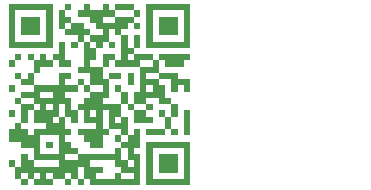
<source format=gbr>
*
G04 Job   : Z:\Rest\ESPto433\V2\PCB\V2.pcb*
G04 User  : DESKTOP-K7BKDL1:life*
G04 Layer : SilkBot.gbr*
G04 Date  : Mon Oct 04 20:14:53 2021*
%ICAS*%
%MOIN*%
%FSLAX26Y26*%
%OFA0.0000B0.0000*%
G90*
G74*
%ADD10C,0.00051*%
G01*
G36*
X493520Y1531413D02*
X514353D01*
Y1552246*
X535186*
Y1531413*
X556020*
Y1510580*
X576853*
Y1531413*
X597686*
Y1448080*
X660186*
Y1510580*
X597686*
Y1531413*
X618520*
Y1552246*
X576853*
Y1593913*
X556020*
Y1552246*
X535186*
Y1614746*
X514353*
Y1635580*
X535186*
Y1614746*
X576853*
Y1593913*
X597686*
Y1614746*
X576853*
Y1635580*
X535186*
Y1656413*
X576853*
Y1677246*
X535186*
Y1698080*
X514353*
Y1718913*
X535186*
Y1698080*
X556020*
Y1718913*
X576853*
Y1760580*
X556020*
Y1781413*
X576853*
Y1760580*
X597686*
Y1781413*
X618520*
Y1760580*
X639353*
Y1781413*
X660186*
Y1823080*
X681020*
Y1760580*
X701853*
Y1739746*
X660186*
Y1760580*
X639353*
Y1739746*
X597686*
Y1718913*
X576853*
Y1677246*
X597686*
Y1635580*
X618520*
Y1593913*
X639353*
Y1552246*
X660186*
Y1573080*
X639353*
Y1614746*
X618520*
Y1635580*
X639353*
Y1656413*
X597686*
Y1677246*
X660186*
Y1573080*
X681020*
Y1531413*
X701853*
Y1510580*
X681020*
Y1364746*
X701853*
Y1385580*
X681020*
Y1427246*
X722686*
Y1364746*
X743520*
Y1406413*
X722686*
Y1448080*
X681020*
Y1489746*
X701853*
Y1468913*
X722686*
Y1448080*
X764353*
Y1406413*
X806020*
Y1385580*
X785186*
Y1364746*
X847686*
Y1385580*
X868520*
Y1364746*
X910186*
Y1385580*
X868520*
Y1406413*
X847686*
Y1427246*
X764353*
Y1448080*
X847686*
Y1468913*
X868520*
Y1427246*
X889353*
Y1406413*
X910186*
Y1427246*
X889353*
Y1468913*
X868520*
Y1489746*
X847686*
Y1510580*
X868520*
Y1489746*
X889353*
Y1510580*
X868520*
Y1531413*
X826853*
Y1510580*
X806020*
Y1468913*
X764353*
Y1489746*
X743520*
Y1510580*
X722686*
Y1531413*
X785186*
Y1552246*
X743520*
Y1593913*
X722686*
Y1552246*
X701853*
Y1573080*
X681020*
Y1614746*
X660186*
Y1718913*
X701853*
Y1698080*
X681020*
Y1635580*
X701853*
Y1593913*
X722686*
Y1614746*
X743520*
Y1635580*
X764353*
Y1573080*
X785186*
Y1593913*
X764353*
Y1656413*
X743520*
Y1677246*
X722686*
Y1656413*
X681020*
Y1677246*
X722686*
Y1698080*
X743520*
Y1677246*
X764353*
Y1656413*
X806020*
Y1677246*
X764353*
Y1718913*
X722686*
Y1739746*
X743520*
Y1823080*
X722686*
Y1802246*
X701853*
Y1823080*
X722686*
Y1843913*
X681020*
Y1864746*
X660186*
Y1927246*
X681020*
Y1948080*
X701853*
Y1927246*
X681020*
Y1864746*
X701853*
Y1885580*
X681020*
Y1906413*
X701853*
Y1885580*
X743520*
Y1823080*
X764353*
Y1739746*
X806020*
Y1698080*
X826853*
Y1718913*
X868520*
Y1698080*
X826853*
Y1635580*
X806020*
Y1531413*
X826853*
Y1593913*
X806020*
Y1614746*
X847686*
Y1552246*
X868520*
Y1573080*
X847686*
Y1614746*
X868520*
Y1656413*
X847686*
Y1677246*
X868520*
Y1656413*
X889353*
Y1614746*
X910186*
Y1593913*
X951853*
Y1614746*
X910186*
Y1656413*
X931020*
Y1739746*
X847686*
Y1760580*
X826853*
Y1739746*
X806020*
Y1781413*
X847686*
Y1760580*
X868520*
Y1843913*
X847686*
Y1864746*
X826853*
Y1823080*
X847686*
Y1802246*
X826853*
Y1823080*
X806020*
Y1802246*
X785186*
Y1760580*
X764353*
Y1802246*
X785186*
Y1823080*
X764353*
Y1843913*
X743520*
Y1864746*
X764353*
Y1843913*
X806020*
Y1864746*
X785186*
Y1885580*
X764353*
Y1906413*
X722686*
Y1927246*
X743520*
Y1948080*
X764353*
Y1927246*
X806020*
Y1885580*
X847686*
Y1906413*
X806020*
Y1948080*
X826853*
Y1927246*
X847686*
Y1906413*
X910186*
Y1927246*
X847686*
Y1948080*
X910186*
Y1927246*
X931020*
Y1906413*
X910186*
Y1885580*
X931020*
Y1864746*
X910186*
Y1885580*
X889353*
Y1864746*
X868520*
Y1843913*
X889353*
Y1760580*
X910186*
Y1781413*
X889353*
Y1802246*
X910186*
Y1843913*
X931020*
Y1802246*
X910186*
Y1781413*
X931020*
Y1739746*
X951853*
Y1656413*
X972686*
Y1677246*
X951853*
Y1698080*
X993520*
Y1718913*
X951853*
Y1739746*
X972686*
Y1760580*
X931020*
Y1781413*
X972686*
Y1760580*
X993520*
Y1781413*
X1097686*
Y1760580*
X1076853*
Y1739746*
X1014353*
Y1760580*
X993520*
Y1718913*
X1056020*
Y1698080*
X1097686*
Y1656413*
X1076853*
Y1677246*
X1056020*
Y1656413*
X1035186*
Y1698080*
X993520*
Y1677246*
X1014353*
Y1635580*
X1035186*
Y1614746*
X1056020*
Y1573080*
X1035186*
Y1531413*
X1056020*
Y1510580*
X1035186*
Y1531413*
X1014353*
Y1510580*
X951853*
Y1531413*
X1014353*
Y1573080*
X993520*
Y1593913*
X1014353*
Y1573080*
X1035186*
Y1614746*
X993520*
Y1635580*
X951853*
Y1614746*
X972686*
Y1593913*
X951853*
Y1573080*
X972686*
Y1552246*
X910186*
Y1593913*
X889353*
Y1614746*
X868520*
Y1573080*
X889353*
Y1510580*
X910186*
Y1531413*
X931020*
Y1468913*
X910186*
Y1448080*
X931020*
Y1343913*
X764353*
Y1364746*
X743520*
Y1343913*
X722686*
Y1364746*
X701853*
Y1343913*
X681020*
Y1364746*
X639353*
Y1343913*
X576853*
Y1364746*
X556020*
Y1343913*
X535186*
Y1364746*
X514353*
Y1406413*
X493520*
Y1427246*
X514353*
Y1406413*
X535186*
Y1364746*
X556020*
Y1385580*
X535186*
Y1448080*
X556020*
Y1427246*
X576853*
Y1364746*
X597686*
Y1385580*
X576853*
Y1406413*
X618520*
Y1364746*
X639353*
Y1385580*
X618520*
Y1406413*
X660186*
Y1427246*
X576853*
Y1468913*
X535186*
Y1489746*
X493520*
Y1531413*
Y1573080D02*
X514353D01*
Y1593913*
X493520*
Y1573080*
Y1656413D02*
X514353D01*
Y1677246*
X493520*
Y1656413*
Y1948080D02*
X514353D01*
Y1823080*
X618520*
Y1927246*
X514353*
Y1948080*
X639353*
Y1802246*
X493520*
Y1948080*
X535186Y1760580D02*
X514353D01*
Y1739746*
X493520*
Y1760580*
X514353*
Y1781413*
X535186*
Y1760580*
Y1843913D02*
X597686D01*
Y1906413*
X535186*
Y1843913*
X618520Y1468913D02*
X639353D01*
Y1489746*
X618520*
Y1468913*
X889353Y1677246D02*
X910186D01*
Y1718913*
X889353*
Y1677246*
X951853Y1489746D02*
X972686D01*
Y1364746*
X1076853*
Y1468913*
X972686*
Y1489746*
X1097686*
Y1343913*
X951853*
Y1489746*
Y1948080D02*
X972686D01*
Y1823080*
X1076853*
Y1927246*
X972686*
Y1948080*
X1097686*
Y1802246*
X951853*
Y1948080*
X993520Y1385580D02*
X1056020D01*
Y1448080*
X993520*
Y1385580*
Y1843913D02*
X1056020D01*
Y1906413*
X993520*
Y1843913*
X1076853Y1510580D02*
X1097686D01*
Y1593913*
X1076853*
Y1510580*
G37*
G54D10*
X1670451Y1515755D02*
G03X1670070Y1516136I380D01*
X1669690Y1515755J380*
X1670070Y1515375I380*
X1670451Y1515755J380*
M02*

</source>
